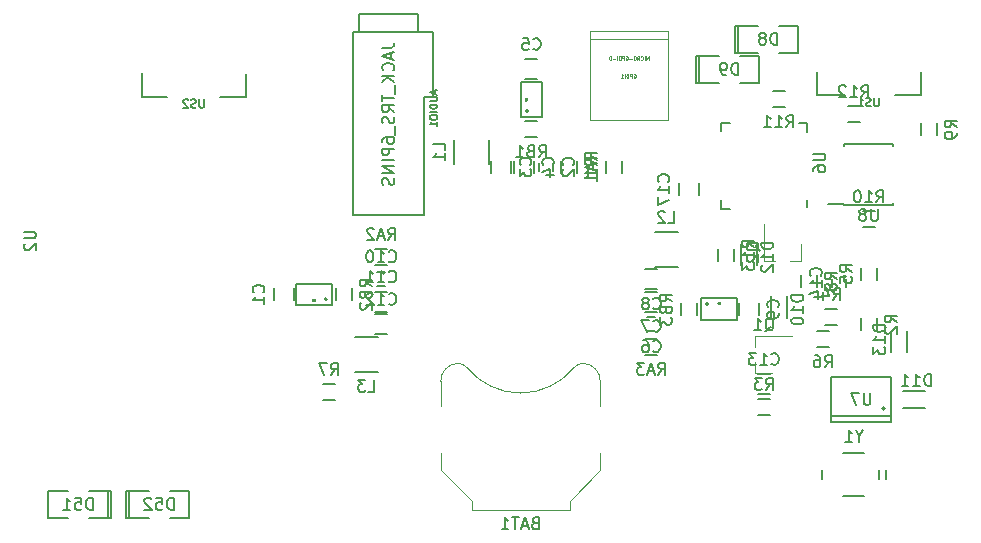
<source format=gbr>
G04 #@! TF.FileFunction,Legend,Bot*
%FSLAX46Y46*%
G04 Gerber Fmt 4.6, Leading zero omitted, Abs format (unit mm)*
G04 Created by KiCad (PCBNEW 4.0.5+dfsg1-4) date Mon Mar 27 14:18:35 2017*
%MOMM*%
%LPD*%
G01*
G04 APERTURE LIST*
%ADD10C,0.100000*%
%ADD11C,0.120000*%
%ADD12C,0.150000*%
%ADD13C,0.001000*%
%ADD14C,0.152400*%
%ADD15C,0.075000*%
%ADD16C,0.037500*%
G04 APERTURE END LIST*
D10*
D11*
X141144615Y-90125840D02*
G75*
G03X140230000Y-90510000I-124615J-984160D01*
G01*
X130315385Y-90125840D02*
G75*
G02X131230000Y-90510000I124615J-984160D01*
G01*
X140220661Y-90521329D02*
G75*
G02X131230000Y-90510000I-4490661J3711329D01*
G01*
X142480000Y-91660000D02*
G75*
G03X141030000Y-90110000I-1500000J50000D01*
G01*
X128980000Y-91660000D02*
G75*
G02X130430000Y-90110000I1500000J50000D01*
G01*
X142480000Y-93710000D02*
X142480000Y-91610000D01*
X128980000Y-93710000D02*
X128980000Y-91610000D01*
X128980000Y-97710000D02*
X128980000Y-99160000D01*
X128980000Y-99160000D02*
X131580000Y-101760000D01*
X131580000Y-101760000D02*
X131580000Y-102560000D01*
X131580000Y-102560000D02*
X139880000Y-102560000D01*
X139880000Y-102560000D02*
X139880000Y-101760000D01*
X139880000Y-101760000D02*
X142480000Y-99160000D01*
X142480000Y-99160000D02*
X142480000Y-97710000D01*
D12*
X102609000Y-103203000D02*
X102355000Y-103203000D01*
X102355000Y-103203000D02*
X102355000Y-100917000D01*
X102355000Y-100917000D02*
X102609000Y-100917000D01*
X102609000Y-103203000D02*
X102609000Y-100917000D01*
X102609000Y-100917000D02*
X104260000Y-100917000D01*
X106038000Y-103203000D02*
X107689000Y-103203000D01*
X107689000Y-103203000D02*
X107689000Y-100917000D01*
X107689000Y-100917000D02*
X106038000Y-100917000D01*
X104260000Y-103203000D02*
X102609000Y-103203000D01*
X100831000Y-100917000D02*
X101085000Y-100917000D01*
X101085000Y-100917000D02*
X101085000Y-103203000D01*
X101085000Y-103203000D02*
X100831000Y-103203000D01*
X100831000Y-100917000D02*
X100831000Y-103203000D01*
X100831000Y-103203000D02*
X99180000Y-103203000D01*
X97402000Y-100917000D02*
X95751000Y-100917000D01*
X95751000Y-100917000D02*
X95751000Y-103203000D01*
X95751000Y-103203000D02*
X97402000Y-103203000D01*
X99180000Y-100917000D02*
X100831000Y-100917000D01*
D13*
X141600000Y-62690000D02*
X141600000Y-61990000D01*
X141600000Y-61990000D02*
X148200000Y-61990000D01*
X148200000Y-61990000D02*
X148200000Y-62690000D01*
X141600000Y-62690000D02*
X141600000Y-69490000D01*
X141600000Y-69490000D02*
X148200000Y-69490000D01*
X148200000Y-69490000D02*
X148200000Y-62690000D01*
X148200000Y-62690000D02*
X141600000Y-62690000D01*
D12*
X133040000Y-73215000D02*
X133040000Y-71215000D01*
X130090000Y-71215000D02*
X130090000Y-73215000D01*
X136386803Y-68770000D02*
G75*
G03X136386803Y-68770000I-111803J0D01*
G01*
X137575000Y-69270000D02*
X137575000Y-66270000D01*
X137575000Y-66270000D02*
X135775000Y-66270000D01*
X135775000Y-66270000D02*
X135775000Y-69270000D01*
X135775000Y-69270000D02*
X137575000Y-69270000D01*
X147075000Y-81945000D02*
X149075000Y-81945000D01*
X149075000Y-78995000D02*
X147075000Y-78995000D01*
X151631803Y-85120000D02*
G75*
G03X151631803Y-85120000I-111803J0D01*
G01*
X151020000Y-86420000D02*
X154020000Y-86420000D01*
X154020000Y-86420000D02*
X154020000Y-84620000D01*
X154020000Y-84620000D02*
X151020000Y-84620000D01*
X151020000Y-84620000D02*
X151020000Y-86420000D01*
X123675000Y-87885000D02*
X121675000Y-87885000D01*
X121675000Y-90835000D02*
X123675000Y-90835000D01*
X119341803Y-84680000D02*
G75*
G03X119341803Y-84680000I-111803J0D01*
G01*
X119730000Y-83380000D02*
X116730000Y-83380000D01*
X116730000Y-83380000D02*
X116730000Y-85180000D01*
X116730000Y-85180000D02*
X119730000Y-85180000D01*
X119730000Y-85180000D02*
X119730000Y-83380000D01*
X114840000Y-84780000D02*
X114840000Y-83780000D01*
X116540000Y-83780000D02*
X116540000Y-84780000D01*
X134955000Y-72985000D02*
X134955000Y-73985000D01*
X133255000Y-73985000D02*
X133255000Y-72985000D01*
X136860000Y-72985000D02*
X136860000Y-73985000D01*
X135160000Y-73985000D02*
X135160000Y-72985000D01*
X136145000Y-64380000D02*
X137145000Y-64380000D01*
X137145000Y-66080000D02*
X136145000Y-66080000D01*
X147305000Y-85765000D02*
X146305000Y-85765000D01*
X146305000Y-84065000D02*
X147305000Y-84065000D01*
X147305000Y-83860000D02*
X146305000Y-83860000D01*
X146305000Y-82160000D02*
X147305000Y-82160000D01*
X155910000Y-85050000D02*
X155910000Y-86050000D01*
X154210000Y-86050000D02*
X154210000Y-85050000D01*
X123445000Y-84065000D02*
X124445000Y-84065000D01*
X124445000Y-85765000D02*
X123445000Y-85765000D01*
X123445000Y-85970000D02*
X124445000Y-85970000D01*
X124445000Y-87670000D02*
X123445000Y-87670000D01*
X154171000Y-63833000D02*
X153917000Y-63833000D01*
X153917000Y-63833000D02*
X153917000Y-61547000D01*
X153917000Y-61547000D02*
X154171000Y-61547000D01*
X154171000Y-63833000D02*
X154171000Y-61547000D01*
X154171000Y-61547000D02*
X155822000Y-61547000D01*
X157600000Y-63833000D02*
X159251000Y-63833000D01*
X159251000Y-63833000D02*
X159251000Y-61547000D01*
X159251000Y-61547000D02*
X157600000Y-61547000D01*
X155822000Y-63833000D02*
X154171000Y-63833000D01*
X150869000Y-66373000D02*
X150615000Y-66373000D01*
X150615000Y-66373000D02*
X150615000Y-64087000D01*
X150615000Y-64087000D02*
X150869000Y-64087000D01*
X150869000Y-66373000D02*
X150869000Y-64087000D01*
X150869000Y-64087000D02*
X152520000Y-64087000D01*
X154298000Y-66373000D02*
X155949000Y-66373000D01*
X155949000Y-66373000D02*
X155949000Y-64087000D01*
X155949000Y-64087000D02*
X154298000Y-64087000D01*
X152520000Y-66373000D02*
X150869000Y-66373000D01*
X166617000Y-93932000D02*
G75*
G03X166617000Y-93932000I-127000J0D01*
G01*
X167125000Y-94567000D02*
X162045000Y-94567000D01*
X167125000Y-91265000D02*
X162045000Y-91265000D01*
X167125000Y-95075000D02*
X162045000Y-95075000D01*
X167125000Y-95075000D02*
X167125000Y-91265000D01*
X162045000Y-95075000D02*
X162045000Y-91265000D01*
X155830000Y-91050000D02*
X156830000Y-91050000D01*
X156830000Y-92750000D02*
X155830000Y-92750000D01*
X158300000Y-84450000D02*
X158300000Y-86250000D01*
X156900000Y-84450000D02*
X156900000Y-86250000D01*
X168150000Y-92470000D02*
X169950000Y-92470000D01*
X168150000Y-93870000D02*
X169950000Y-93870000D01*
X155760000Y-80005000D02*
X155760000Y-81805000D01*
X154360000Y-80005000D02*
X154360000Y-81805000D01*
X167060000Y-89190000D02*
X167060000Y-87390000D01*
X168460000Y-89190000D02*
X168460000Y-87390000D01*
X160820000Y-65425000D02*
X160820000Y-67425000D01*
X160820000Y-67425000D02*
X162970000Y-67425000D01*
X167470000Y-67425000D02*
X169620000Y-67425000D01*
X169620000Y-67425000D02*
X169620000Y-65475000D01*
X103670000Y-65560000D02*
X103670000Y-67560000D01*
X103670000Y-67560000D02*
X105820000Y-67560000D01*
X110320000Y-67560000D02*
X112470000Y-67560000D01*
X112470000Y-67560000D02*
X112470000Y-65610000D01*
D14*
X127580000Y-77540000D02*
X127580000Y-67540000D01*
X127580000Y-67540000D02*
X128280000Y-67540000D01*
X128280000Y-67540000D02*
X128280000Y-62040000D01*
X121580000Y-77540000D02*
X127580000Y-77540000D01*
X121580000Y-62040000D02*
X121580000Y-77540000D01*
X121580000Y-62040000D02*
X128280000Y-62040000D01*
X122080000Y-62040000D02*
X122080000Y-60540000D01*
X122080000Y-60540000D02*
X127080000Y-60540000D01*
X127080000Y-60540000D02*
X127080000Y-62040000D01*
D12*
X166109000Y-99139000D02*
X166109000Y-99901000D01*
X164850000Y-101320000D02*
X163050000Y-101320000D01*
X161250000Y-99920000D02*
X161250000Y-99120000D01*
X163050000Y-97720000D02*
X164850000Y-97720000D01*
X166650000Y-99120000D02*
X166650000Y-99920000D01*
X149130000Y-75890000D02*
X149130000Y-74890000D01*
X150830000Y-74890000D02*
X150830000Y-75890000D01*
X153430000Y-77070000D02*
X152680000Y-77070000D01*
X159980000Y-76920000D02*
X159980000Y-76320000D01*
X152680000Y-77070000D02*
X152680000Y-76320000D01*
X152680000Y-69770000D02*
X152680000Y-70470000D01*
X159980000Y-69770000D02*
X159980000Y-70520000D01*
X153430000Y-69770000D02*
X152680000Y-69770000D01*
X159980000Y-69770000D02*
X159280000Y-69770000D01*
D11*
X155570000Y-90940000D02*
X155570000Y-90010000D01*
X155570000Y-87780000D02*
X155570000Y-88710000D01*
X155570000Y-87780000D02*
X158730000Y-87780000D01*
X155570000Y-90940000D02*
X157030000Y-90940000D01*
X159500000Y-81460000D02*
X158570000Y-81460000D01*
X156340000Y-81460000D02*
X157270000Y-81460000D01*
X156340000Y-81460000D02*
X156340000Y-78300000D01*
X159500000Y-81460000D02*
X159500000Y-80000000D01*
D12*
X163145000Y-76695000D02*
X163145000Y-76645000D01*
X167295000Y-76695000D02*
X167295000Y-76550000D01*
X167295000Y-71545000D02*
X167295000Y-71690000D01*
X163145000Y-71545000D02*
X163145000Y-71690000D01*
X163145000Y-76695000D02*
X167295000Y-76695000D01*
X163145000Y-71545000D02*
X167295000Y-71545000D01*
X163145000Y-76645000D02*
X161745000Y-76645000D01*
X138515000Y-73835000D02*
X138515000Y-73135000D01*
X137315000Y-73135000D02*
X137315000Y-73835000D01*
X146455000Y-87420000D02*
X147155000Y-87420000D01*
X147155000Y-86220000D02*
X146455000Y-86220000D01*
X124295000Y-82410000D02*
X123595000Y-82410000D01*
X123595000Y-83610000D02*
X124295000Y-83610000D01*
X162080000Y-82980000D02*
X162080000Y-83680000D01*
X163280000Y-83680000D02*
X163280000Y-82980000D01*
X144305000Y-73985000D02*
X144305000Y-72985000D01*
X142955000Y-72985000D02*
X142955000Y-73985000D01*
X164545000Y-86320000D02*
X164545000Y-87320000D01*
X165895000Y-87320000D02*
X165895000Y-86320000D01*
X155830000Y-94480000D02*
X156830000Y-94480000D01*
X156830000Y-93130000D02*
X155830000Y-93130000D01*
X161545000Y-86860000D02*
X162545000Y-86860000D01*
X162545000Y-85510000D02*
X161545000Y-85510000D01*
X165895000Y-83045000D02*
X165895000Y-82045000D01*
X164545000Y-82045000D02*
X164545000Y-83045000D01*
X161830000Y-87415000D02*
X160830000Y-87415000D01*
X160830000Y-88765000D02*
X161830000Y-88765000D01*
X119000000Y-93210000D02*
X120000000Y-93210000D01*
X120000000Y-91860000D02*
X119000000Y-91860000D01*
X159465000Y-82680000D02*
X159465000Y-83680000D01*
X160815000Y-83680000D02*
X160815000Y-82680000D01*
X169625000Y-69810000D02*
X169625000Y-70810000D01*
X170975000Y-70810000D02*
X170975000Y-69810000D01*
X164720000Y-78605000D02*
X165720000Y-78605000D01*
X165720000Y-77255000D02*
X164720000Y-77255000D01*
X158100000Y-67095000D02*
X157100000Y-67095000D01*
X157100000Y-68445000D02*
X158100000Y-68445000D01*
X163450000Y-69715000D02*
X164450000Y-69715000D01*
X164450000Y-68365000D02*
X163450000Y-68365000D01*
X152480000Y-80435000D02*
X152480000Y-81435000D01*
X153830000Y-81435000D02*
X153830000Y-80435000D01*
X139145000Y-72985000D02*
X139145000Y-73985000D01*
X140495000Y-73985000D02*
X140495000Y-72985000D01*
X123445000Y-81780000D02*
X124445000Y-81780000D01*
X124445000Y-80430000D02*
X123445000Y-80430000D01*
X147305000Y-88050000D02*
X146305000Y-88050000D01*
X146305000Y-89400000D02*
X147305000Y-89400000D01*
X137145000Y-69635000D02*
X136145000Y-69635000D01*
X136145000Y-70985000D02*
X137145000Y-70985000D01*
X120095000Y-83780000D02*
X120095000Y-84780000D01*
X121445000Y-84780000D02*
X121445000Y-83780000D01*
X150655000Y-86050000D02*
X150655000Y-85050000D01*
X149305000Y-85050000D02*
X149305000Y-86050000D01*
X136944285Y-103638571D02*
X136801428Y-103686190D01*
X136753809Y-103733810D01*
X136706190Y-103829048D01*
X136706190Y-103971905D01*
X136753809Y-104067143D01*
X136801428Y-104114762D01*
X136896666Y-104162381D01*
X137277619Y-104162381D01*
X137277619Y-103162381D01*
X136944285Y-103162381D01*
X136849047Y-103210000D01*
X136801428Y-103257619D01*
X136753809Y-103352857D01*
X136753809Y-103448095D01*
X136801428Y-103543333D01*
X136849047Y-103590952D01*
X136944285Y-103638571D01*
X137277619Y-103638571D01*
X136325238Y-103876667D02*
X135849047Y-103876667D01*
X136420476Y-104162381D02*
X136087143Y-103162381D01*
X135753809Y-104162381D01*
X135563333Y-103162381D02*
X134991904Y-103162381D01*
X135277619Y-104162381D02*
X135277619Y-103162381D01*
X134134761Y-104162381D02*
X134706190Y-104162381D01*
X134420476Y-104162381D02*
X134420476Y-103162381D01*
X134515714Y-103305238D01*
X134610952Y-103400476D01*
X134706190Y-103448095D01*
X106363286Y-102512381D02*
X106363286Y-101512381D01*
X106125191Y-101512381D01*
X105982333Y-101560000D01*
X105887095Y-101655238D01*
X105839476Y-101750476D01*
X105791857Y-101940952D01*
X105791857Y-102083810D01*
X105839476Y-102274286D01*
X105887095Y-102369524D01*
X105982333Y-102464762D01*
X106125191Y-102512381D01*
X106363286Y-102512381D01*
X104887095Y-101512381D02*
X105363286Y-101512381D01*
X105410905Y-101988571D01*
X105363286Y-101940952D01*
X105268048Y-101893333D01*
X105029952Y-101893333D01*
X104934714Y-101940952D01*
X104887095Y-101988571D01*
X104839476Y-102083810D01*
X104839476Y-102321905D01*
X104887095Y-102417143D01*
X104934714Y-102464762D01*
X105029952Y-102512381D01*
X105268048Y-102512381D01*
X105363286Y-102464762D01*
X105410905Y-102417143D01*
X104458524Y-101607619D02*
X104410905Y-101560000D01*
X104315667Y-101512381D01*
X104077571Y-101512381D01*
X103982333Y-101560000D01*
X103934714Y-101607619D01*
X103887095Y-101702857D01*
X103887095Y-101798095D01*
X103934714Y-101940952D01*
X104506143Y-102512381D01*
X103887095Y-102512381D01*
X99505286Y-102512381D02*
X99505286Y-101512381D01*
X99267191Y-101512381D01*
X99124333Y-101560000D01*
X99029095Y-101655238D01*
X98981476Y-101750476D01*
X98933857Y-101940952D01*
X98933857Y-102083810D01*
X98981476Y-102274286D01*
X99029095Y-102369524D01*
X99124333Y-102464762D01*
X99267191Y-102512381D01*
X99505286Y-102512381D01*
X98029095Y-101512381D02*
X98505286Y-101512381D01*
X98552905Y-101988571D01*
X98505286Y-101940952D01*
X98410048Y-101893333D01*
X98171952Y-101893333D01*
X98076714Y-101940952D01*
X98029095Y-101988571D01*
X97981476Y-102083810D01*
X97981476Y-102321905D01*
X98029095Y-102417143D01*
X98076714Y-102464762D01*
X98171952Y-102512381D01*
X98410048Y-102512381D01*
X98505286Y-102464762D01*
X98552905Y-102417143D01*
X97029095Y-102512381D02*
X97600524Y-102512381D01*
X97314810Y-102512381D02*
X97314810Y-101512381D01*
X97410048Y-101655238D01*
X97505286Y-101750476D01*
X97600524Y-101798095D01*
D15*
X145310714Y-65665000D02*
X145339285Y-65650714D01*
X145382142Y-65650714D01*
X145424999Y-65665000D01*
X145453571Y-65693571D01*
X145467856Y-65722143D01*
X145482142Y-65779286D01*
X145482142Y-65822143D01*
X145467856Y-65879286D01*
X145453571Y-65907857D01*
X145424999Y-65936429D01*
X145382142Y-65950714D01*
X145353571Y-65950714D01*
X145310714Y-65936429D01*
X145296428Y-65922143D01*
X145296428Y-65822143D01*
X145353571Y-65822143D01*
X145167856Y-65950714D02*
X145167856Y-65650714D01*
X145053571Y-65650714D01*
X145024999Y-65665000D01*
X145010714Y-65679286D01*
X144996428Y-65707857D01*
X144996428Y-65750714D01*
X145010714Y-65779286D01*
X145024999Y-65793571D01*
X145053571Y-65807857D01*
X145167856Y-65807857D01*
X144867856Y-65950714D02*
X144867856Y-65650714D01*
X144796428Y-65650714D01*
X144753571Y-65665000D01*
X144724999Y-65693571D01*
X144710714Y-65722143D01*
X144696428Y-65779286D01*
X144696428Y-65822143D01*
X144710714Y-65879286D01*
X144724999Y-65907857D01*
X144753571Y-65936429D01*
X144796428Y-65950714D01*
X144867856Y-65950714D01*
X144567856Y-65950714D02*
X144567856Y-65650714D01*
X144267857Y-65950714D02*
X144439285Y-65950714D01*
X144353571Y-65950714D02*
X144353571Y-65650714D01*
X144382142Y-65693571D01*
X144410714Y-65722143D01*
X144439285Y-65736429D01*
X146571428Y-64425714D02*
X146571428Y-64125714D01*
X146471428Y-64340000D01*
X146371428Y-64125714D01*
X146371428Y-64425714D01*
X146228571Y-64425714D02*
X146228571Y-64125714D01*
X145914286Y-64397143D02*
X145928572Y-64411429D01*
X145971429Y-64425714D01*
X146000000Y-64425714D01*
X146042857Y-64411429D01*
X146071429Y-64382857D01*
X146085714Y-64354286D01*
X146100000Y-64297143D01*
X146100000Y-64254286D01*
X146085714Y-64197143D01*
X146071429Y-64168571D01*
X146042857Y-64140000D01*
X146000000Y-64125714D01*
X145971429Y-64125714D01*
X145928572Y-64140000D01*
X145914286Y-64154286D01*
X145614286Y-64425714D02*
X145714286Y-64282857D01*
X145785714Y-64425714D02*
X145785714Y-64125714D01*
X145671429Y-64125714D01*
X145642857Y-64140000D01*
X145628572Y-64154286D01*
X145614286Y-64182857D01*
X145614286Y-64225714D01*
X145628572Y-64254286D01*
X145642857Y-64268571D01*
X145671429Y-64282857D01*
X145785714Y-64282857D01*
X145428572Y-64125714D02*
X145371429Y-64125714D01*
X145342857Y-64140000D01*
X145314286Y-64168571D01*
X145300000Y-64225714D01*
X145300000Y-64325714D01*
X145314286Y-64382857D01*
X145342857Y-64411429D01*
X145371429Y-64425714D01*
X145428572Y-64425714D01*
X145457143Y-64411429D01*
X145485714Y-64382857D01*
X145500000Y-64325714D01*
X145500000Y-64225714D01*
X145485714Y-64168571D01*
X145457143Y-64140000D01*
X145428572Y-64125714D01*
X145171428Y-64311429D02*
X144942857Y-64311429D01*
X144642857Y-64140000D02*
X144671428Y-64125714D01*
X144714285Y-64125714D01*
X144757142Y-64140000D01*
X144785714Y-64168571D01*
X144799999Y-64197143D01*
X144814285Y-64254286D01*
X144814285Y-64297143D01*
X144799999Y-64354286D01*
X144785714Y-64382857D01*
X144757142Y-64411429D01*
X144714285Y-64425714D01*
X144685714Y-64425714D01*
X144642857Y-64411429D01*
X144628571Y-64397143D01*
X144628571Y-64297143D01*
X144685714Y-64297143D01*
X144499999Y-64425714D02*
X144499999Y-64125714D01*
X144385714Y-64125714D01*
X144357142Y-64140000D01*
X144342857Y-64154286D01*
X144328571Y-64182857D01*
X144328571Y-64225714D01*
X144342857Y-64254286D01*
X144357142Y-64268571D01*
X144385714Y-64282857D01*
X144499999Y-64282857D01*
X144199999Y-64425714D02*
X144199999Y-64125714D01*
X144128571Y-64125714D01*
X144085714Y-64140000D01*
X144057142Y-64168571D01*
X144042857Y-64197143D01*
X144028571Y-64254286D01*
X144028571Y-64297143D01*
X144042857Y-64354286D01*
X144057142Y-64382857D01*
X144085714Y-64411429D01*
X144128571Y-64425714D01*
X144199999Y-64425714D01*
X143899999Y-64425714D02*
X143899999Y-64125714D01*
X143757142Y-64311429D02*
X143528571Y-64311429D01*
X143385713Y-64425714D02*
X143385713Y-64125714D01*
X143314285Y-64125714D01*
X143271428Y-64140000D01*
X143242856Y-64168571D01*
X143228571Y-64197143D01*
X143214285Y-64254286D01*
X143214285Y-64297143D01*
X143228571Y-64354286D01*
X143242856Y-64382857D01*
X143271428Y-64411429D01*
X143314285Y-64425714D01*
X143385713Y-64425714D01*
D12*
X129317381Y-72048334D02*
X129317381Y-71572143D01*
X128317381Y-71572143D01*
X129317381Y-72905477D02*
X129317381Y-72334048D01*
X129317381Y-72619762D02*
X128317381Y-72619762D01*
X128460238Y-72524524D01*
X128555476Y-72429286D01*
X128603095Y-72334048D01*
D16*
X136092857Y-67655714D02*
X136214286Y-67655714D01*
X136228571Y-67662857D01*
X136235714Y-67670000D01*
X136242857Y-67684286D01*
X136242857Y-67712857D01*
X136235714Y-67727143D01*
X136228571Y-67734286D01*
X136214286Y-67741429D01*
X136092857Y-67741429D01*
X136092857Y-67798572D02*
X136092857Y-67891429D01*
X136150000Y-67841429D01*
X136150000Y-67862857D01*
X136157143Y-67877143D01*
X136164286Y-67884286D01*
X136178571Y-67891429D01*
X136214286Y-67891429D01*
X136228571Y-67884286D01*
X136235714Y-67877143D01*
X136242857Y-67862857D01*
X136242857Y-67820000D01*
X136235714Y-67805714D01*
X136228571Y-67798572D01*
D12*
X148241666Y-78222381D02*
X148717857Y-78222381D01*
X148717857Y-77222381D01*
X147955952Y-77317619D02*
X147908333Y-77270000D01*
X147813095Y-77222381D01*
X147574999Y-77222381D01*
X147479761Y-77270000D01*
X147432142Y-77317619D01*
X147384523Y-77412857D01*
X147384523Y-77508095D01*
X147432142Y-77650952D01*
X148003571Y-78222381D01*
X147384523Y-78222381D01*
D16*
X152634286Y-84937857D02*
X152634286Y-85059286D01*
X152627143Y-85073571D01*
X152620000Y-85080714D01*
X152605714Y-85087857D01*
X152577143Y-85087857D01*
X152562857Y-85080714D01*
X152555714Y-85073571D01*
X152548571Y-85059286D01*
X152548571Y-84937857D01*
X152412857Y-84987857D02*
X152412857Y-85087857D01*
X152448571Y-84930714D02*
X152484286Y-85037857D01*
X152391428Y-85037857D01*
D12*
X122841666Y-92512381D02*
X123317857Y-92512381D01*
X123317857Y-91512381D01*
X122603571Y-91512381D02*
X121984523Y-91512381D01*
X122317857Y-91893333D01*
X122174999Y-91893333D01*
X122079761Y-91940952D01*
X122032142Y-91988571D01*
X121984523Y-92083810D01*
X121984523Y-92321905D01*
X122032142Y-92417143D01*
X122079761Y-92464762D01*
X122174999Y-92512381D01*
X122460714Y-92512381D01*
X122555952Y-92464762D01*
X122603571Y-92417143D01*
D16*
X118344286Y-84697857D02*
X118344286Y-84819286D01*
X118337143Y-84833571D01*
X118330000Y-84840714D01*
X118315714Y-84847857D01*
X118287143Y-84847857D01*
X118272857Y-84840714D01*
X118265714Y-84833571D01*
X118258571Y-84819286D01*
X118258571Y-84697857D01*
X118115714Y-84697857D02*
X118187143Y-84697857D01*
X118194286Y-84769286D01*
X118187143Y-84762143D01*
X118172857Y-84755000D01*
X118137143Y-84755000D01*
X118122857Y-84762143D01*
X118115714Y-84769286D01*
X118108571Y-84783571D01*
X118108571Y-84819286D01*
X118115714Y-84833571D01*
X118122857Y-84840714D01*
X118137143Y-84847857D01*
X118172857Y-84847857D01*
X118187143Y-84840714D01*
X118194286Y-84833571D01*
D12*
X113947143Y-84113334D02*
X113994762Y-84065715D01*
X114042381Y-83922858D01*
X114042381Y-83827620D01*
X113994762Y-83684762D01*
X113899524Y-83589524D01*
X113804286Y-83541905D01*
X113613810Y-83494286D01*
X113470952Y-83494286D01*
X113280476Y-83541905D01*
X113185238Y-83589524D01*
X113090000Y-83684762D01*
X113042381Y-83827620D01*
X113042381Y-83922858D01*
X113090000Y-84065715D01*
X113137619Y-84113334D01*
X114042381Y-85065715D02*
X114042381Y-84494286D01*
X114042381Y-84780000D02*
X113042381Y-84780000D01*
X113185238Y-84684762D01*
X113280476Y-84589524D01*
X113328095Y-84494286D01*
X136562143Y-73318334D02*
X136609762Y-73270715D01*
X136657381Y-73127858D01*
X136657381Y-73032620D01*
X136609762Y-72889762D01*
X136514524Y-72794524D01*
X136419286Y-72746905D01*
X136228810Y-72699286D01*
X136085952Y-72699286D01*
X135895476Y-72746905D01*
X135800238Y-72794524D01*
X135705000Y-72889762D01*
X135657381Y-73032620D01*
X135657381Y-73127858D01*
X135705000Y-73270715D01*
X135752619Y-73318334D01*
X135657381Y-73651667D02*
X135657381Y-74270715D01*
X136038333Y-73937381D01*
X136038333Y-74080239D01*
X136085952Y-74175477D01*
X136133571Y-74223096D01*
X136228810Y-74270715D01*
X136466905Y-74270715D01*
X136562143Y-74223096D01*
X136609762Y-74175477D01*
X136657381Y-74080239D01*
X136657381Y-73794524D01*
X136609762Y-73699286D01*
X136562143Y-73651667D01*
X138467143Y-73318334D02*
X138514762Y-73270715D01*
X138562381Y-73127858D01*
X138562381Y-73032620D01*
X138514762Y-72889762D01*
X138419524Y-72794524D01*
X138324286Y-72746905D01*
X138133810Y-72699286D01*
X137990952Y-72699286D01*
X137800476Y-72746905D01*
X137705238Y-72794524D01*
X137610000Y-72889762D01*
X137562381Y-73032620D01*
X137562381Y-73127858D01*
X137610000Y-73270715D01*
X137657619Y-73318334D01*
X137895714Y-74175477D02*
X138562381Y-74175477D01*
X137514762Y-73937381D02*
X138229048Y-73699286D01*
X138229048Y-74318334D01*
X136811666Y-63487143D02*
X136859285Y-63534762D01*
X137002142Y-63582381D01*
X137097380Y-63582381D01*
X137240238Y-63534762D01*
X137335476Y-63439524D01*
X137383095Y-63344286D01*
X137430714Y-63153810D01*
X137430714Y-63010952D01*
X137383095Y-62820476D01*
X137335476Y-62725238D01*
X137240238Y-62630000D01*
X137097380Y-62582381D01*
X137002142Y-62582381D01*
X136859285Y-62630000D01*
X136811666Y-62677619D01*
X135906904Y-62582381D02*
X136383095Y-62582381D01*
X136430714Y-63058571D01*
X136383095Y-63010952D01*
X136287857Y-62963333D01*
X136049761Y-62963333D01*
X135954523Y-63010952D01*
X135906904Y-63058571D01*
X135859285Y-63153810D01*
X135859285Y-63391905D01*
X135906904Y-63487143D01*
X135954523Y-63534762D01*
X136049761Y-63582381D01*
X136287857Y-63582381D01*
X136383095Y-63534762D01*
X136430714Y-63487143D01*
X146971666Y-87372143D02*
X147019285Y-87419762D01*
X147162142Y-87467381D01*
X147257380Y-87467381D01*
X147400238Y-87419762D01*
X147495476Y-87324524D01*
X147543095Y-87229286D01*
X147590714Y-87038810D01*
X147590714Y-86895952D01*
X147543095Y-86705476D01*
X147495476Y-86610238D01*
X147400238Y-86515000D01*
X147257380Y-86467381D01*
X147162142Y-86467381D01*
X147019285Y-86515000D01*
X146971666Y-86562619D01*
X146638333Y-86467381D02*
X145971666Y-86467381D01*
X146400238Y-87467381D01*
X146971666Y-85467143D02*
X147019285Y-85514762D01*
X147162142Y-85562381D01*
X147257380Y-85562381D01*
X147400238Y-85514762D01*
X147495476Y-85419524D01*
X147543095Y-85324286D01*
X147590714Y-85133810D01*
X147590714Y-84990952D01*
X147543095Y-84800476D01*
X147495476Y-84705238D01*
X147400238Y-84610000D01*
X147257380Y-84562381D01*
X147162142Y-84562381D01*
X147019285Y-84610000D01*
X146971666Y-84657619D01*
X146400238Y-84990952D02*
X146495476Y-84943333D01*
X146543095Y-84895714D01*
X146590714Y-84800476D01*
X146590714Y-84752857D01*
X146543095Y-84657619D01*
X146495476Y-84610000D01*
X146400238Y-84562381D01*
X146209761Y-84562381D01*
X146114523Y-84610000D01*
X146066904Y-84657619D01*
X146019285Y-84752857D01*
X146019285Y-84800476D01*
X146066904Y-84895714D01*
X146114523Y-84943333D01*
X146209761Y-84990952D01*
X146400238Y-84990952D01*
X146495476Y-85038571D01*
X146543095Y-85086190D01*
X146590714Y-85181429D01*
X146590714Y-85371905D01*
X146543095Y-85467143D01*
X146495476Y-85514762D01*
X146400238Y-85562381D01*
X146209761Y-85562381D01*
X146114523Y-85514762D01*
X146066904Y-85467143D01*
X146019285Y-85371905D01*
X146019285Y-85181429D01*
X146066904Y-85086190D01*
X146114523Y-85038571D01*
X146209761Y-84990952D01*
X157517143Y-85383334D02*
X157564762Y-85335715D01*
X157612381Y-85192858D01*
X157612381Y-85097620D01*
X157564762Y-84954762D01*
X157469524Y-84859524D01*
X157374286Y-84811905D01*
X157183810Y-84764286D01*
X157040952Y-84764286D01*
X156850476Y-84811905D01*
X156755238Y-84859524D01*
X156660000Y-84954762D01*
X156612381Y-85097620D01*
X156612381Y-85192858D01*
X156660000Y-85335715D01*
X156707619Y-85383334D01*
X157612381Y-85859524D02*
X157612381Y-86050000D01*
X157564762Y-86145239D01*
X157517143Y-86192858D01*
X157374286Y-86288096D01*
X157183810Y-86335715D01*
X156802857Y-86335715D01*
X156707619Y-86288096D01*
X156660000Y-86240477D01*
X156612381Y-86145239D01*
X156612381Y-85954762D01*
X156660000Y-85859524D01*
X156707619Y-85811905D01*
X156802857Y-85764286D01*
X157040952Y-85764286D01*
X157136190Y-85811905D01*
X157183810Y-85859524D01*
X157231429Y-85954762D01*
X157231429Y-86145239D01*
X157183810Y-86240477D01*
X157136190Y-86288096D01*
X157040952Y-86335715D01*
X124587857Y-83172143D02*
X124635476Y-83219762D01*
X124778333Y-83267381D01*
X124873571Y-83267381D01*
X125016429Y-83219762D01*
X125111667Y-83124524D01*
X125159286Y-83029286D01*
X125206905Y-82838810D01*
X125206905Y-82695952D01*
X125159286Y-82505476D01*
X125111667Y-82410238D01*
X125016429Y-82315000D01*
X124873571Y-82267381D01*
X124778333Y-82267381D01*
X124635476Y-82315000D01*
X124587857Y-82362619D01*
X123635476Y-83267381D02*
X124206905Y-83267381D01*
X123921191Y-83267381D02*
X123921191Y-82267381D01*
X124016429Y-82410238D01*
X124111667Y-82505476D01*
X124206905Y-82553095D01*
X122683095Y-83267381D02*
X123254524Y-83267381D01*
X122968810Y-83267381D02*
X122968810Y-82267381D01*
X123064048Y-82410238D01*
X123159286Y-82505476D01*
X123254524Y-82553095D01*
X124587857Y-85077143D02*
X124635476Y-85124762D01*
X124778333Y-85172381D01*
X124873571Y-85172381D01*
X125016429Y-85124762D01*
X125111667Y-85029524D01*
X125159286Y-84934286D01*
X125206905Y-84743810D01*
X125206905Y-84600952D01*
X125159286Y-84410476D01*
X125111667Y-84315238D01*
X125016429Y-84220000D01*
X124873571Y-84172381D01*
X124778333Y-84172381D01*
X124635476Y-84220000D01*
X124587857Y-84267619D01*
X123635476Y-85172381D02*
X124206905Y-85172381D01*
X123921191Y-85172381D02*
X123921191Y-84172381D01*
X124016429Y-84315238D01*
X124111667Y-84410476D01*
X124206905Y-84458095D01*
X123254524Y-84267619D02*
X123206905Y-84220000D01*
X123111667Y-84172381D01*
X122873571Y-84172381D01*
X122778333Y-84220000D01*
X122730714Y-84267619D01*
X122683095Y-84362857D01*
X122683095Y-84458095D01*
X122730714Y-84600952D01*
X123302143Y-85172381D01*
X122683095Y-85172381D01*
X157449095Y-63142381D02*
X157449095Y-62142381D01*
X157211000Y-62142381D01*
X157068142Y-62190000D01*
X156972904Y-62285238D01*
X156925285Y-62380476D01*
X156877666Y-62570952D01*
X156877666Y-62713810D01*
X156925285Y-62904286D01*
X156972904Y-62999524D01*
X157068142Y-63094762D01*
X157211000Y-63142381D01*
X157449095Y-63142381D01*
X156306238Y-62570952D02*
X156401476Y-62523333D01*
X156449095Y-62475714D01*
X156496714Y-62380476D01*
X156496714Y-62332857D01*
X156449095Y-62237619D01*
X156401476Y-62190000D01*
X156306238Y-62142381D01*
X156115761Y-62142381D01*
X156020523Y-62190000D01*
X155972904Y-62237619D01*
X155925285Y-62332857D01*
X155925285Y-62380476D01*
X155972904Y-62475714D01*
X156020523Y-62523333D01*
X156115761Y-62570952D01*
X156306238Y-62570952D01*
X156401476Y-62618571D01*
X156449095Y-62666190D01*
X156496714Y-62761429D01*
X156496714Y-62951905D01*
X156449095Y-63047143D01*
X156401476Y-63094762D01*
X156306238Y-63142381D01*
X156115761Y-63142381D01*
X156020523Y-63094762D01*
X155972904Y-63047143D01*
X155925285Y-62951905D01*
X155925285Y-62761429D01*
X155972904Y-62666190D01*
X156020523Y-62618571D01*
X156115761Y-62570952D01*
X154147095Y-65682381D02*
X154147095Y-64682381D01*
X153909000Y-64682381D01*
X153766142Y-64730000D01*
X153670904Y-64825238D01*
X153623285Y-64920476D01*
X153575666Y-65110952D01*
X153575666Y-65253810D01*
X153623285Y-65444286D01*
X153670904Y-65539524D01*
X153766142Y-65634762D01*
X153909000Y-65682381D01*
X154147095Y-65682381D01*
X153099476Y-65682381D02*
X152909000Y-65682381D01*
X152813761Y-65634762D01*
X152766142Y-65587143D01*
X152670904Y-65444286D01*
X152623285Y-65253810D01*
X152623285Y-64872857D01*
X152670904Y-64777619D01*
X152718523Y-64730000D01*
X152813761Y-64682381D01*
X153004238Y-64682381D01*
X153099476Y-64730000D01*
X153147095Y-64777619D01*
X153194714Y-64872857D01*
X153194714Y-65110952D01*
X153147095Y-65206190D01*
X153099476Y-65253810D01*
X153004238Y-65301429D01*
X152813761Y-65301429D01*
X152718523Y-65253810D01*
X152670904Y-65206190D01*
X152623285Y-65110952D01*
X165346905Y-92622381D02*
X165346905Y-93431905D01*
X165299286Y-93527143D01*
X165251667Y-93574762D01*
X165156429Y-93622381D01*
X164965952Y-93622381D01*
X164870714Y-93574762D01*
X164823095Y-93527143D01*
X164775476Y-93431905D01*
X164775476Y-92622381D01*
X164394524Y-92622381D02*
X163727857Y-92622381D01*
X164156429Y-93622381D01*
X93712381Y-78978095D02*
X94521905Y-78978095D01*
X94617143Y-79025714D01*
X94664762Y-79073333D01*
X94712381Y-79168571D01*
X94712381Y-79359048D01*
X94664762Y-79454286D01*
X94617143Y-79501905D01*
X94521905Y-79549524D01*
X93712381Y-79549524D01*
X93807619Y-79978095D02*
X93760000Y-80025714D01*
X93712381Y-80120952D01*
X93712381Y-80359048D01*
X93760000Y-80454286D01*
X93807619Y-80501905D01*
X93902857Y-80549524D01*
X93998095Y-80549524D01*
X94140952Y-80501905D01*
X94712381Y-79930476D01*
X94712381Y-80549524D01*
X156972857Y-90157143D02*
X157020476Y-90204762D01*
X157163333Y-90252381D01*
X157258571Y-90252381D01*
X157401429Y-90204762D01*
X157496667Y-90109524D01*
X157544286Y-90014286D01*
X157591905Y-89823810D01*
X157591905Y-89680952D01*
X157544286Y-89490476D01*
X157496667Y-89395238D01*
X157401429Y-89300000D01*
X157258571Y-89252381D01*
X157163333Y-89252381D01*
X157020476Y-89300000D01*
X156972857Y-89347619D01*
X156020476Y-90252381D02*
X156591905Y-90252381D01*
X156306191Y-90252381D02*
X156306191Y-89252381D01*
X156401429Y-89395238D01*
X156496667Y-89490476D01*
X156591905Y-89538095D01*
X155687143Y-89252381D02*
X155068095Y-89252381D01*
X155401429Y-89633333D01*
X155258571Y-89633333D01*
X155163333Y-89680952D01*
X155115714Y-89728571D01*
X155068095Y-89823810D01*
X155068095Y-90061905D01*
X155115714Y-90157143D01*
X155163333Y-90204762D01*
X155258571Y-90252381D01*
X155544286Y-90252381D01*
X155639524Y-90204762D01*
X155687143Y-90157143D01*
X159652381Y-84335714D02*
X158652381Y-84335714D01*
X158652381Y-84573809D01*
X158700000Y-84716667D01*
X158795238Y-84811905D01*
X158890476Y-84859524D01*
X159080952Y-84907143D01*
X159223810Y-84907143D01*
X159414286Y-84859524D01*
X159509524Y-84811905D01*
X159604762Y-84716667D01*
X159652381Y-84573809D01*
X159652381Y-84335714D01*
X159652381Y-85859524D02*
X159652381Y-85288095D01*
X159652381Y-85573809D02*
X158652381Y-85573809D01*
X158795238Y-85478571D01*
X158890476Y-85383333D01*
X158938095Y-85288095D01*
X158652381Y-86478571D02*
X158652381Y-86573810D01*
X158700000Y-86669048D01*
X158747619Y-86716667D01*
X158842857Y-86764286D01*
X159033333Y-86811905D01*
X159271429Y-86811905D01*
X159461905Y-86764286D01*
X159557143Y-86716667D01*
X159604762Y-86669048D01*
X159652381Y-86573810D01*
X159652381Y-86478571D01*
X159604762Y-86383333D01*
X159557143Y-86335714D01*
X159461905Y-86288095D01*
X159271429Y-86240476D01*
X159033333Y-86240476D01*
X158842857Y-86288095D01*
X158747619Y-86335714D01*
X158700000Y-86383333D01*
X158652381Y-86478571D01*
X170464286Y-92022381D02*
X170464286Y-91022381D01*
X170226191Y-91022381D01*
X170083333Y-91070000D01*
X169988095Y-91165238D01*
X169940476Y-91260476D01*
X169892857Y-91450952D01*
X169892857Y-91593810D01*
X169940476Y-91784286D01*
X169988095Y-91879524D01*
X170083333Y-91974762D01*
X170226191Y-92022381D01*
X170464286Y-92022381D01*
X168940476Y-92022381D02*
X169511905Y-92022381D01*
X169226191Y-92022381D02*
X169226191Y-91022381D01*
X169321429Y-91165238D01*
X169416667Y-91260476D01*
X169511905Y-91308095D01*
X167988095Y-92022381D02*
X168559524Y-92022381D01*
X168273810Y-92022381D02*
X168273810Y-91022381D01*
X168369048Y-91165238D01*
X168464286Y-91260476D01*
X168559524Y-91308095D01*
X157112381Y-79890714D02*
X156112381Y-79890714D01*
X156112381Y-80128809D01*
X156160000Y-80271667D01*
X156255238Y-80366905D01*
X156350476Y-80414524D01*
X156540952Y-80462143D01*
X156683810Y-80462143D01*
X156874286Y-80414524D01*
X156969524Y-80366905D01*
X157064762Y-80271667D01*
X157112381Y-80128809D01*
X157112381Y-79890714D01*
X157112381Y-81414524D02*
X157112381Y-80843095D01*
X157112381Y-81128809D02*
X156112381Y-81128809D01*
X156255238Y-81033571D01*
X156350476Y-80938333D01*
X156398095Y-80843095D01*
X156207619Y-81795476D02*
X156160000Y-81843095D01*
X156112381Y-81938333D01*
X156112381Y-82176429D01*
X156160000Y-82271667D01*
X156207619Y-82319286D01*
X156302857Y-82366905D01*
X156398095Y-82366905D01*
X156540952Y-82319286D01*
X157112381Y-81747857D01*
X157112381Y-82366905D01*
X166612381Y-86875714D02*
X165612381Y-86875714D01*
X165612381Y-87113809D01*
X165660000Y-87256667D01*
X165755238Y-87351905D01*
X165850476Y-87399524D01*
X166040952Y-87447143D01*
X166183810Y-87447143D01*
X166374286Y-87399524D01*
X166469524Y-87351905D01*
X166564762Y-87256667D01*
X166612381Y-87113809D01*
X166612381Y-86875714D01*
X166612381Y-88399524D02*
X166612381Y-87828095D01*
X166612381Y-88113809D02*
X165612381Y-88113809D01*
X165755238Y-88018571D01*
X165850476Y-87923333D01*
X165898095Y-87828095D01*
X165612381Y-88732857D02*
X165612381Y-89351905D01*
X165993333Y-89018571D01*
X165993333Y-89161429D01*
X166040952Y-89256667D01*
X166088571Y-89304286D01*
X166183810Y-89351905D01*
X166421905Y-89351905D01*
X166517143Y-89304286D01*
X166564762Y-89256667D01*
X166612381Y-89161429D01*
X166612381Y-88875714D01*
X166564762Y-88780476D01*
X166517143Y-88732857D01*
X166086666Y-67641667D02*
X166086666Y-68208333D01*
X166053333Y-68275000D01*
X166020000Y-68308333D01*
X165953333Y-68341667D01*
X165820000Y-68341667D01*
X165753333Y-68308333D01*
X165720000Y-68275000D01*
X165686666Y-68208333D01*
X165686666Y-67641667D01*
X165386667Y-68308333D02*
X165286667Y-68341667D01*
X165120000Y-68341667D01*
X165053333Y-68308333D01*
X165020000Y-68275000D01*
X164986667Y-68208333D01*
X164986667Y-68141667D01*
X165020000Y-68075000D01*
X165053333Y-68041667D01*
X165120000Y-68008333D01*
X165253333Y-67975000D01*
X165320000Y-67941667D01*
X165353333Y-67908333D01*
X165386667Y-67841667D01*
X165386667Y-67775000D01*
X165353333Y-67708333D01*
X165320000Y-67675000D01*
X165253333Y-67641667D01*
X165086667Y-67641667D01*
X164986667Y-67675000D01*
X164320000Y-68341667D02*
X164720000Y-68341667D01*
X164520000Y-68341667D02*
X164520000Y-67641667D01*
X164586666Y-67741667D01*
X164653333Y-67808333D01*
X164720000Y-67841667D01*
X108936666Y-67776667D02*
X108936666Y-68343333D01*
X108903333Y-68410000D01*
X108870000Y-68443333D01*
X108803333Y-68476667D01*
X108670000Y-68476667D01*
X108603333Y-68443333D01*
X108570000Y-68410000D01*
X108536666Y-68343333D01*
X108536666Y-67776667D01*
X108236667Y-68443333D02*
X108136667Y-68476667D01*
X107970000Y-68476667D01*
X107903333Y-68443333D01*
X107870000Y-68410000D01*
X107836667Y-68343333D01*
X107836667Y-68276667D01*
X107870000Y-68210000D01*
X107903333Y-68176667D01*
X107970000Y-68143333D01*
X108103333Y-68110000D01*
X108170000Y-68076667D01*
X108203333Y-68043333D01*
X108236667Y-67976667D01*
X108236667Y-67910000D01*
X108203333Y-67843333D01*
X108170000Y-67810000D01*
X108103333Y-67776667D01*
X107936667Y-67776667D01*
X107836667Y-67810000D01*
X107570000Y-67843333D02*
X107536666Y-67810000D01*
X107470000Y-67776667D01*
X107303333Y-67776667D01*
X107236666Y-67810000D01*
X107203333Y-67843333D01*
X107170000Y-67910000D01*
X107170000Y-67976667D01*
X107203333Y-68076667D01*
X107603333Y-68476667D01*
X107170000Y-68476667D01*
D14*
X128481600Y-67016000D02*
X128481600Y-67306286D01*
X128655771Y-66957943D02*
X128046171Y-67161143D01*
X128655771Y-67364343D01*
X128046171Y-67567543D02*
X128539657Y-67567543D01*
X128597714Y-67596571D01*
X128626743Y-67625600D01*
X128655771Y-67683657D01*
X128655771Y-67799771D01*
X128626743Y-67857829D01*
X128597714Y-67886857D01*
X128539657Y-67915886D01*
X128046171Y-67915886D01*
X128655771Y-68206172D02*
X128046171Y-68206172D01*
X128046171Y-68351315D01*
X128075200Y-68438400D01*
X128133257Y-68496458D01*
X128191314Y-68525486D01*
X128307429Y-68554515D01*
X128394514Y-68554515D01*
X128510629Y-68525486D01*
X128568686Y-68496458D01*
X128626743Y-68438400D01*
X128655771Y-68351315D01*
X128655771Y-68206172D01*
X128655771Y-68815772D02*
X128046171Y-68815772D01*
X128046171Y-69222172D02*
X128046171Y-69338286D01*
X128075200Y-69396344D01*
X128133257Y-69454401D01*
X128249371Y-69483429D01*
X128452571Y-69483429D01*
X128568686Y-69454401D01*
X128626743Y-69396344D01*
X128655771Y-69338286D01*
X128655771Y-69222172D01*
X128626743Y-69164115D01*
X128568686Y-69106058D01*
X128452571Y-69077029D01*
X128249371Y-69077029D01*
X128133257Y-69106058D01*
X128075200Y-69164115D01*
X128046171Y-69222172D01*
X128655771Y-70064001D02*
X128655771Y-69715658D01*
X128655771Y-69889830D02*
X128046171Y-69889830D01*
X128133257Y-69831773D01*
X128191314Y-69773715D01*
X128220343Y-69715658D01*
D12*
X124032381Y-63420953D02*
X124746667Y-63420953D01*
X124889524Y-63373333D01*
X124984762Y-63278095D01*
X125032381Y-63135238D01*
X125032381Y-63040000D01*
X124746667Y-63849524D02*
X124746667Y-64325715D01*
X125032381Y-63754286D02*
X124032381Y-64087619D01*
X125032381Y-64420953D01*
X124937143Y-65325715D02*
X124984762Y-65278096D01*
X125032381Y-65135239D01*
X125032381Y-65040001D01*
X124984762Y-64897143D01*
X124889524Y-64801905D01*
X124794286Y-64754286D01*
X124603810Y-64706667D01*
X124460952Y-64706667D01*
X124270476Y-64754286D01*
X124175238Y-64801905D01*
X124080000Y-64897143D01*
X124032381Y-65040001D01*
X124032381Y-65135239D01*
X124080000Y-65278096D01*
X124127619Y-65325715D01*
X125032381Y-65754286D02*
X124032381Y-65754286D01*
X125032381Y-66325715D02*
X124460952Y-65897143D01*
X124032381Y-66325715D02*
X124603810Y-65754286D01*
X125127619Y-66516191D02*
X125127619Y-67278096D01*
X124032381Y-67373334D02*
X124032381Y-67944763D01*
X125032381Y-67659048D02*
X124032381Y-67659048D01*
X125032381Y-68849525D02*
X124556190Y-68516191D01*
X125032381Y-68278096D02*
X124032381Y-68278096D01*
X124032381Y-68659049D01*
X124080000Y-68754287D01*
X124127619Y-68801906D01*
X124222857Y-68849525D01*
X124365714Y-68849525D01*
X124460952Y-68801906D01*
X124508571Y-68754287D01*
X124556190Y-68659049D01*
X124556190Y-68278096D01*
X124984762Y-69230477D02*
X125032381Y-69373334D01*
X125032381Y-69611430D01*
X124984762Y-69706668D01*
X124937143Y-69754287D01*
X124841905Y-69801906D01*
X124746667Y-69801906D01*
X124651429Y-69754287D01*
X124603810Y-69706668D01*
X124556190Y-69611430D01*
X124508571Y-69420953D01*
X124460952Y-69325715D01*
X124413333Y-69278096D01*
X124318095Y-69230477D01*
X124222857Y-69230477D01*
X124127619Y-69278096D01*
X124080000Y-69325715D01*
X124032381Y-69420953D01*
X124032381Y-69659049D01*
X124080000Y-69801906D01*
X125127619Y-69992382D02*
X125127619Y-70754287D01*
X124032381Y-71420954D02*
X124032381Y-71230477D01*
X124080000Y-71135239D01*
X124127619Y-71087620D01*
X124270476Y-70992382D01*
X124460952Y-70944763D01*
X124841905Y-70944763D01*
X124937143Y-70992382D01*
X124984762Y-71040001D01*
X125032381Y-71135239D01*
X125032381Y-71325716D01*
X124984762Y-71420954D01*
X124937143Y-71468573D01*
X124841905Y-71516192D01*
X124603810Y-71516192D01*
X124508571Y-71468573D01*
X124460952Y-71420954D01*
X124413333Y-71325716D01*
X124413333Y-71135239D01*
X124460952Y-71040001D01*
X124508571Y-70992382D01*
X124603810Y-70944763D01*
X125032381Y-71944763D02*
X124032381Y-71944763D01*
X124032381Y-72325716D01*
X124080000Y-72420954D01*
X124127619Y-72468573D01*
X124222857Y-72516192D01*
X124365714Y-72516192D01*
X124460952Y-72468573D01*
X124508571Y-72420954D01*
X124556190Y-72325716D01*
X124556190Y-71944763D01*
X125032381Y-72944763D02*
X124032381Y-72944763D01*
X125032381Y-73420953D02*
X124032381Y-73420953D01*
X125032381Y-73992382D01*
X124032381Y-73992382D01*
X124984762Y-74420953D02*
X125032381Y-74563810D01*
X125032381Y-74801906D01*
X124984762Y-74897144D01*
X124937143Y-74944763D01*
X124841905Y-74992382D01*
X124746667Y-74992382D01*
X124651429Y-74944763D01*
X124603810Y-74897144D01*
X124556190Y-74801906D01*
X124508571Y-74611429D01*
X124460952Y-74516191D01*
X124413333Y-74468572D01*
X124318095Y-74420953D01*
X124222857Y-74420953D01*
X124127619Y-74468572D01*
X124080000Y-74516191D01*
X124032381Y-74611429D01*
X124032381Y-74849525D01*
X124080000Y-74992382D01*
X164426191Y-96296190D02*
X164426191Y-96772381D01*
X164759524Y-95772381D02*
X164426191Y-96296190D01*
X164092857Y-95772381D01*
X163235714Y-96772381D02*
X163807143Y-96772381D01*
X163521429Y-96772381D02*
X163521429Y-95772381D01*
X163616667Y-95915238D01*
X163711905Y-96010476D01*
X163807143Y-96058095D01*
X148237143Y-74747143D02*
X148284762Y-74699524D01*
X148332381Y-74556667D01*
X148332381Y-74461429D01*
X148284762Y-74318571D01*
X148189524Y-74223333D01*
X148094286Y-74175714D01*
X147903810Y-74128095D01*
X147760952Y-74128095D01*
X147570476Y-74175714D01*
X147475238Y-74223333D01*
X147380000Y-74318571D01*
X147332381Y-74461429D01*
X147332381Y-74556667D01*
X147380000Y-74699524D01*
X147427619Y-74747143D01*
X148332381Y-75699524D02*
X148332381Y-75128095D01*
X148332381Y-75413809D02*
X147332381Y-75413809D01*
X147475238Y-75318571D01*
X147570476Y-75223333D01*
X147618095Y-75128095D01*
X147332381Y-76032857D02*
X147332381Y-76699524D01*
X148332381Y-76270952D01*
X160532381Y-72358095D02*
X161341905Y-72358095D01*
X161437143Y-72405714D01*
X161484762Y-72453333D01*
X161532381Y-72548571D01*
X161532381Y-72739048D01*
X161484762Y-72834286D01*
X161437143Y-72881905D01*
X161341905Y-72929524D01*
X160532381Y-72929524D01*
X160532381Y-73834286D02*
X160532381Y-73643809D01*
X160580000Y-73548571D01*
X160627619Y-73500952D01*
X160770476Y-73405714D01*
X160960952Y-73358095D01*
X161341905Y-73358095D01*
X161437143Y-73405714D01*
X161484762Y-73453333D01*
X161532381Y-73548571D01*
X161532381Y-73739048D01*
X161484762Y-73834286D01*
X161437143Y-73881905D01*
X161341905Y-73929524D01*
X161103810Y-73929524D01*
X161008571Y-73881905D01*
X160960952Y-73834286D01*
X160913333Y-73739048D01*
X160913333Y-73548571D01*
X160960952Y-73453333D01*
X161008571Y-73405714D01*
X161103810Y-73358095D01*
X156425238Y-87407619D02*
X156520476Y-87360000D01*
X156615714Y-87264762D01*
X156758571Y-87121905D01*
X156853810Y-87074286D01*
X156949048Y-87074286D01*
X156901429Y-87312381D02*
X156996667Y-87264762D01*
X157091905Y-87169524D01*
X157139524Y-86979048D01*
X157139524Y-86645714D01*
X157091905Y-86455238D01*
X156996667Y-86360000D01*
X156901429Y-86312381D01*
X156710952Y-86312381D01*
X156615714Y-86360000D01*
X156520476Y-86455238D01*
X156472857Y-86645714D01*
X156472857Y-86979048D01*
X156520476Y-87169524D01*
X156615714Y-87264762D01*
X156710952Y-87312381D01*
X156901429Y-87312381D01*
X155520476Y-87312381D02*
X156091905Y-87312381D01*
X155806191Y-87312381D02*
X155806191Y-86312381D01*
X155901429Y-86455238D01*
X155996667Y-86550476D01*
X156091905Y-86598095D01*
X155967619Y-80604762D02*
X155920000Y-80509524D01*
X155824762Y-80414286D01*
X155681905Y-80271429D01*
X155634286Y-80176190D01*
X155634286Y-80080952D01*
X155872381Y-80128571D02*
X155824762Y-80033333D01*
X155729524Y-79938095D01*
X155539048Y-79890476D01*
X155205714Y-79890476D01*
X155015238Y-79938095D01*
X154920000Y-80033333D01*
X154872381Y-80128571D01*
X154872381Y-80319048D01*
X154920000Y-80414286D01*
X155015238Y-80509524D01*
X155205714Y-80557143D01*
X155539048Y-80557143D01*
X155729524Y-80509524D01*
X155824762Y-80414286D01*
X155872381Y-80319048D01*
X155872381Y-80128571D01*
X154967619Y-80938095D02*
X154920000Y-80985714D01*
X154872381Y-81080952D01*
X154872381Y-81319048D01*
X154920000Y-81414286D01*
X154967619Y-81461905D01*
X155062857Y-81509524D01*
X155158095Y-81509524D01*
X155300952Y-81461905D01*
X155872381Y-80890476D01*
X155872381Y-81509524D01*
X165981905Y-77072381D02*
X165981905Y-77881905D01*
X165934286Y-77977143D01*
X165886667Y-78024762D01*
X165791429Y-78072381D01*
X165600952Y-78072381D01*
X165505714Y-78024762D01*
X165458095Y-77977143D01*
X165410476Y-77881905D01*
X165410476Y-77072381D01*
X164791429Y-77500952D02*
X164886667Y-77453333D01*
X164934286Y-77405714D01*
X164981905Y-77310476D01*
X164981905Y-77262857D01*
X164934286Y-77167619D01*
X164886667Y-77120000D01*
X164791429Y-77072381D01*
X164600952Y-77072381D01*
X164505714Y-77120000D01*
X164458095Y-77167619D01*
X164410476Y-77262857D01*
X164410476Y-77310476D01*
X164458095Y-77405714D01*
X164505714Y-77453333D01*
X164600952Y-77500952D01*
X164791429Y-77500952D01*
X164886667Y-77548571D01*
X164934286Y-77596190D01*
X164981905Y-77691429D01*
X164981905Y-77881905D01*
X164934286Y-77977143D01*
X164886667Y-78024762D01*
X164791429Y-78072381D01*
X164600952Y-78072381D01*
X164505714Y-78024762D01*
X164458095Y-77977143D01*
X164410476Y-77881905D01*
X164410476Y-77691429D01*
X164458095Y-77596190D01*
X164505714Y-77548571D01*
X164600952Y-77500952D01*
X140172143Y-73318334D02*
X140219762Y-73270715D01*
X140267381Y-73127858D01*
X140267381Y-73032620D01*
X140219762Y-72889762D01*
X140124524Y-72794524D01*
X140029286Y-72746905D01*
X139838810Y-72699286D01*
X139695952Y-72699286D01*
X139505476Y-72746905D01*
X139410238Y-72794524D01*
X139315000Y-72889762D01*
X139267381Y-73032620D01*
X139267381Y-73127858D01*
X139315000Y-73270715D01*
X139362619Y-73318334D01*
X139362619Y-73699286D02*
X139315000Y-73746905D01*
X139267381Y-73842143D01*
X139267381Y-74080239D01*
X139315000Y-74175477D01*
X139362619Y-74223096D01*
X139457857Y-74270715D01*
X139553095Y-74270715D01*
X139695952Y-74223096D01*
X140267381Y-73651667D01*
X140267381Y-74270715D01*
X146971666Y-89077143D02*
X147019285Y-89124762D01*
X147162142Y-89172381D01*
X147257380Y-89172381D01*
X147400238Y-89124762D01*
X147495476Y-89029524D01*
X147543095Y-88934286D01*
X147590714Y-88743810D01*
X147590714Y-88600952D01*
X147543095Y-88410476D01*
X147495476Y-88315238D01*
X147400238Y-88220000D01*
X147257380Y-88172381D01*
X147162142Y-88172381D01*
X147019285Y-88220000D01*
X146971666Y-88267619D01*
X146114523Y-88172381D02*
X146305000Y-88172381D01*
X146400238Y-88220000D01*
X146447857Y-88267619D01*
X146543095Y-88410476D01*
X146590714Y-88600952D01*
X146590714Y-88981905D01*
X146543095Y-89077143D01*
X146495476Y-89124762D01*
X146400238Y-89172381D01*
X146209761Y-89172381D01*
X146114523Y-89124762D01*
X146066904Y-89077143D01*
X146019285Y-88981905D01*
X146019285Y-88743810D01*
X146066904Y-88648571D01*
X146114523Y-88600952D01*
X146209761Y-88553333D01*
X146400238Y-88553333D01*
X146495476Y-88600952D01*
X146543095Y-88648571D01*
X146590714Y-88743810D01*
X124587857Y-81467143D02*
X124635476Y-81514762D01*
X124778333Y-81562381D01*
X124873571Y-81562381D01*
X125016429Y-81514762D01*
X125111667Y-81419524D01*
X125159286Y-81324286D01*
X125206905Y-81133810D01*
X125206905Y-80990952D01*
X125159286Y-80800476D01*
X125111667Y-80705238D01*
X125016429Y-80610000D01*
X124873571Y-80562381D01*
X124778333Y-80562381D01*
X124635476Y-80610000D01*
X124587857Y-80657619D01*
X123635476Y-81562381D02*
X124206905Y-81562381D01*
X123921191Y-81562381D02*
X123921191Y-80562381D01*
X124016429Y-80705238D01*
X124111667Y-80800476D01*
X124206905Y-80848095D01*
X123016429Y-80562381D02*
X122921190Y-80562381D01*
X122825952Y-80610000D01*
X122778333Y-80657619D01*
X122730714Y-80752857D01*
X122683095Y-80943333D01*
X122683095Y-81181429D01*
X122730714Y-81371905D01*
X122778333Y-81467143D01*
X122825952Y-81514762D01*
X122921190Y-81562381D01*
X123016429Y-81562381D01*
X123111667Y-81514762D01*
X123159286Y-81467143D01*
X123206905Y-81371905D01*
X123254524Y-81181429D01*
X123254524Y-80943333D01*
X123206905Y-80752857D01*
X123159286Y-80657619D01*
X123111667Y-80610000D01*
X123016429Y-80562381D01*
X161137143Y-82687143D02*
X161184762Y-82639524D01*
X161232381Y-82496667D01*
X161232381Y-82401429D01*
X161184762Y-82258571D01*
X161089524Y-82163333D01*
X160994286Y-82115714D01*
X160803810Y-82068095D01*
X160660952Y-82068095D01*
X160470476Y-82115714D01*
X160375238Y-82163333D01*
X160280000Y-82258571D01*
X160232381Y-82401429D01*
X160232381Y-82496667D01*
X160280000Y-82639524D01*
X160327619Y-82687143D01*
X161232381Y-83639524D02*
X161232381Y-83068095D01*
X161232381Y-83353809D02*
X160232381Y-83353809D01*
X160375238Y-83258571D01*
X160470476Y-83163333D01*
X160518095Y-83068095D01*
X160565714Y-84496667D02*
X161232381Y-84496667D01*
X160184762Y-84258571D02*
X160899048Y-84020476D01*
X160899048Y-84639524D01*
X142182381Y-73318334D02*
X141706190Y-72985000D01*
X142182381Y-72746905D02*
X141182381Y-72746905D01*
X141182381Y-73127858D01*
X141230000Y-73223096D01*
X141277619Y-73270715D01*
X141372857Y-73318334D01*
X141515714Y-73318334D01*
X141610952Y-73270715D01*
X141658571Y-73223096D01*
X141706190Y-73127858D01*
X141706190Y-72746905D01*
X142182381Y-74270715D02*
X142182381Y-73699286D01*
X142182381Y-73985000D02*
X141182381Y-73985000D01*
X141325238Y-73889762D01*
X141420476Y-73794524D01*
X141468095Y-73699286D01*
X167572381Y-86653334D02*
X167096190Y-86320000D01*
X167572381Y-86081905D02*
X166572381Y-86081905D01*
X166572381Y-86462858D01*
X166620000Y-86558096D01*
X166667619Y-86605715D01*
X166762857Y-86653334D01*
X166905714Y-86653334D01*
X167000952Y-86605715D01*
X167048571Y-86558096D01*
X167096190Y-86462858D01*
X167096190Y-86081905D01*
X166667619Y-87034286D02*
X166620000Y-87081905D01*
X166572381Y-87177143D01*
X166572381Y-87415239D01*
X166620000Y-87510477D01*
X166667619Y-87558096D01*
X166762857Y-87605715D01*
X166858095Y-87605715D01*
X167000952Y-87558096D01*
X167572381Y-86986667D01*
X167572381Y-87605715D01*
X156496666Y-92357381D02*
X156830000Y-91881190D01*
X157068095Y-92357381D02*
X157068095Y-91357381D01*
X156687142Y-91357381D01*
X156591904Y-91405000D01*
X156544285Y-91452619D01*
X156496666Y-91547857D01*
X156496666Y-91690714D01*
X156544285Y-91785952D01*
X156591904Y-91833571D01*
X156687142Y-91881190D01*
X157068095Y-91881190D01*
X156163333Y-91357381D02*
X155544285Y-91357381D01*
X155877619Y-91738333D01*
X155734761Y-91738333D01*
X155639523Y-91785952D01*
X155591904Y-91833571D01*
X155544285Y-91928810D01*
X155544285Y-92166905D01*
X155591904Y-92262143D01*
X155639523Y-92309762D01*
X155734761Y-92357381D01*
X156020476Y-92357381D01*
X156115714Y-92309762D01*
X156163333Y-92262143D01*
X162211666Y-84737381D02*
X162545000Y-84261190D01*
X162783095Y-84737381D02*
X162783095Y-83737381D01*
X162402142Y-83737381D01*
X162306904Y-83785000D01*
X162259285Y-83832619D01*
X162211666Y-83927857D01*
X162211666Y-84070714D01*
X162259285Y-84165952D01*
X162306904Y-84213571D01*
X162402142Y-84261190D01*
X162783095Y-84261190D01*
X161354523Y-84070714D02*
X161354523Y-84737381D01*
X161592619Y-83689762D02*
X161830714Y-84404048D01*
X161211666Y-84404048D01*
X163772381Y-82378334D02*
X163296190Y-82045000D01*
X163772381Y-81806905D02*
X162772381Y-81806905D01*
X162772381Y-82187858D01*
X162820000Y-82283096D01*
X162867619Y-82330715D01*
X162962857Y-82378334D01*
X163105714Y-82378334D01*
X163200952Y-82330715D01*
X163248571Y-82283096D01*
X163296190Y-82187858D01*
X163296190Y-81806905D01*
X162772381Y-83283096D02*
X162772381Y-82806905D01*
X163248571Y-82759286D01*
X163200952Y-82806905D01*
X163153333Y-82902143D01*
X163153333Y-83140239D01*
X163200952Y-83235477D01*
X163248571Y-83283096D01*
X163343810Y-83330715D01*
X163581905Y-83330715D01*
X163677143Y-83283096D01*
X163724762Y-83235477D01*
X163772381Y-83140239D01*
X163772381Y-82902143D01*
X163724762Y-82806905D01*
X163677143Y-82759286D01*
X161496666Y-90442381D02*
X161830000Y-89966190D01*
X162068095Y-90442381D02*
X162068095Y-89442381D01*
X161687142Y-89442381D01*
X161591904Y-89490000D01*
X161544285Y-89537619D01*
X161496666Y-89632857D01*
X161496666Y-89775714D01*
X161544285Y-89870952D01*
X161591904Y-89918571D01*
X161687142Y-89966190D01*
X162068095Y-89966190D01*
X160639523Y-89442381D02*
X160830000Y-89442381D01*
X160925238Y-89490000D01*
X160972857Y-89537619D01*
X161068095Y-89680476D01*
X161115714Y-89870952D01*
X161115714Y-90251905D01*
X161068095Y-90347143D01*
X161020476Y-90394762D01*
X160925238Y-90442381D01*
X160734761Y-90442381D01*
X160639523Y-90394762D01*
X160591904Y-90347143D01*
X160544285Y-90251905D01*
X160544285Y-90013810D01*
X160591904Y-89918571D01*
X160639523Y-89870952D01*
X160734761Y-89823333D01*
X160925238Y-89823333D01*
X161020476Y-89870952D01*
X161068095Y-89918571D01*
X161115714Y-90013810D01*
X119666666Y-91087381D02*
X120000000Y-90611190D01*
X120238095Y-91087381D02*
X120238095Y-90087381D01*
X119857142Y-90087381D01*
X119761904Y-90135000D01*
X119714285Y-90182619D01*
X119666666Y-90277857D01*
X119666666Y-90420714D01*
X119714285Y-90515952D01*
X119761904Y-90563571D01*
X119857142Y-90611190D01*
X120238095Y-90611190D01*
X119333333Y-90087381D02*
X118666666Y-90087381D01*
X119095238Y-91087381D01*
X162492381Y-83013334D02*
X162016190Y-82680000D01*
X162492381Y-82441905D02*
X161492381Y-82441905D01*
X161492381Y-82822858D01*
X161540000Y-82918096D01*
X161587619Y-82965715D01*
X161682857Y-83013334D01*
X161825714Y-83013334D01*
X161920952Y-82965715D01*
X161968571Y-82918096D01*
X162016190Y-82822858D01*
X162016190Y-82441905D01*
X161920952Y-83584762D02*
X161873333Y-83489524D01*
X161825714Y-83441905D01*
X161730476Y-83394286D01*
X161682857Y-83394286D01*
X161587619Y-83441905D01*
X161540000Y-83489524D01*
X161492381Y-83584762D01*
X161492381Y-83775239D01*
X161540000Y-83870477D01*
X161587619Y-83918096D01*
X161682857Y-83965715D01*
X161730476Y-83965715D01*
X161825714Y-83918096D01*
X161873333Y-83870477D01*
X161920952Y-83775239D01*
X161920952Y-83584762D01*
X161968571Y-83489524D01*
X162016190Y-83441905D01*
X162111429Y-83394286D01*
X162301905Y-83394286D01*
X162397143Y-83441905D01*
X162444762Y-83489524D01*
X162492381Y-83584762D01*
X162492381Y-83775239D01*
X162444762Y-83870477D01*
X162397143Y-83918096D01*
X162301905Y-83965715D01*
X162111429Y-83965715D01*
X162016190Y-83918096D01*
X161968571Y-83870477D01*
X161920952Y-83775239D01*
X172652381Y-70143334D02*
X172176190Y-69810000D01*
X172652381Y-69571905D02*
X171652381Y-69571905D01*
X171652381Y-69952858D01*
X171700000Y-70048096D01*
X171747619Y-70095715D01*
X171842857Y-70143334D01*
X171985714Y-70143334D01*
X172080952Y-70095715D01*
X172128571Y-70048096D01*
X172176190Y-69952858D01*
X172176190Y-69571905D01*
X172652381Y-70619524D02*
X172652381Y-70810000D01*
X172604762Y-70905239D01*
X172557143Y-70952858D01*
X172414286Y-71048096D01*
X172223810Y-71095715D01*
X171842857Y-71095715D01*
X171747619Y-71048096D01*
X171700000Y-71000477D01*
X171652381Y-70905239D01*
X171652381Y-70714762D01*
X171700000Y-70619524D01*
X171747619Y-70571905D01*
X171842857Y-70524286D01*
X172080952Y-70524286D01*
X172176190Y-70571905D01*
X172223810Y-70619524D01*
X172271429Y-70714762D01*
X172271429Y-70905239D01*
X172223810Y-71000477D01*
X172176190Y-71048096D01*
X172080952Y-71095715D01*
X165862857Y-76482381D02*
X166196191Y-76006190D01*
X166434286Y-76482381D02*
X166434286Y-75482381D01*
X166053333Y-75482381D01*
X165958095Y-75530000D01*
X165910476Y-75577619D01*
X165862857Y-75672857D01*
X165862857Y-75815714D01*
X165910476Y-75910952D01*
X165958095Y-75958571D01*
X166053333Y-76006190D01*
X166434286Y-76006190D01*
X164910476Y-76482381D02*
X165481905Y-76482381D01*
X165196191Y-76482381D02*
X165196191Y-75482381D01*
X165291429Y-75625238D01*
X165386667Y-75720476D01*
X165481905Y-75768095D01*
X164291429Y-75482381D02*
X164196190Y-75482381D01*
X164100952Y-75530000D01*
X164053333Y-75577619D01*
X164005714Y-75672857D01*
X163958095Y-75863333D01*
X163958095Y-76101429D01*
X164005714Y-76291905D01*
X164053333Y-76387143D01*
X164100952Y-76434762D01*
X164196190Y-76482381D01*
X164291429Y-76482381D01*
X164386667Y-76434762D01*
X164434286Y-76387143D01*
X164481905Y-76291905D01*
X164529524Y-76101429D01*
X164529524Y-75863333D01*
X164481905Y-75672857D01*
X164434286Y-75577619D01*
X164386667Y-75530000D01*
X164291429Y-75482381D01*
X158242857Y-70122381D02*
X158576191Y-69646190D01*
X158814286Y-70122381D02*
X158814286Y-69122381D01*
X158433333Y-69122381D01*
X158338095Y-69170000D01*
X158290476Y-69217619D01*
X158242857Y-69312857D01*
X158242857Y-69455714D01*
X158290476Y-69550952D01*
X158338095Y-69598571D01*
X158433333Y-69646190D01*
X158814286Y-69646190D01*
X157290476Y-70122381D02*
X157861905Y-70122381D01*
X157576191Y-70122381D02*
X157576191Y-69122381D01*
X157671429Y-69265238D01*
X157766667Y-69360476D01*
X157861905Y-69408095D01*
X156338095Y-70122381D02*
X156909524Y-70122381D01*
X156623810Y-70122381D02*
X156623810Y-69122381D01*
X156719048Y-69265238D01*
X156814286Y-69360476D01*
X156909524Y-69408095D01*
X164592857Y-67592381D02*
X164926191Y-67116190D01*
X165164286Y-67592381D02*
X165164286Y-66592381D01*
X164783333Y-66592381D01*
X164688095Y-66640000D01*
X164640476Y-66687619D01*
X164592857Y-66782857D01*
X164592857Y-66925714D01*
X164640476Y-67020952D01*
X164688095Y-67068571D01*
X164783333Y-67116190D01*
X165164286Y-67116190D01*
X163640476Y-67592381D02*
X164211905Y-67592381D01*
X163926191Y-67592381D02*
X163926191Y-66592381D01*
X164021429Y-66735238D01*
X164116667Y-66830476D01*
X164211905Y-66878095D01*
X163259524Y-66687619D02*
X163211905Y-66640000D01*
X163116667Y-66592381D01*
X162878571Y-66592381D01*
X162783333Y-66640000D01*
X162735714Y-66687619D01*
X162688095Y-66782857D01*
X162688095Y-66878095D01*
X162735714Y-67020952D01*
X163307143Y-67592381D01*
X162688095Y-67592381D01*
X155507381Y-80292143D02*
X155031190Y-79958809D01*
X155507381Y-79720714D02*
X154507381Y-79720714D01*
X154507381Y-80101667D01*
X154555000Y-80196905D01*
X154602619Y-80244524D01*
X154697857Y-80292143D01*
X154840714Y-80292143D01*
X154935952Y-80244524D01*
X154983571Y-80196905D01*
X155031190Y-80101667D01*
X155031190Y-79720714D01*
X155507381Y-81244524D02*
X155507381Y-80673095D01*
X155507381Y-80958809D02*
X154507381Y-80958809D01*
X154650238Y-80863571D01*
X154745476Y-80768333D01*
X154793095Y-80673095D01*
X154507381Y-81577857D02*
X154507381Y-82196905D01*
X154888333Y-81863571D01*
X154888333Y-82006429D01*
X154935952Y-82101667D01*
X154983571Y-82149286D01*
X155078810Y-82196905D01*
X155316905Y-82196905D01*
X155412143Y-82149286D01*
X155459762Y-82101667D01*
X155507381Y-82006429D01*
X155507381Y-81720714D01*
X155459762Y-81625476D01*
X155412143Y-81577857D01*
X142172381Y-72889762D02*
X141696190Y-72556428D01*
X142172381Y-72318333D02*
X141172381Y-72318333D01*
X141172381Y-72699286D01*
X141220000Y-72794524D01*
X141267619Y-72842143D01*
X141362857Y-72889762D01*
X141505714Y-72889762D01*
X141600952Y-72842143D01*
X141648571Y-72794524D01*
X141696190Y-72699286D01*
X141696190Y-72318333D01*
X141886667Y-73270714D02*
X141886667Y-73746905D01*
X142172381Y-73175476D02*
X141172381Y-73508809D01*
X142172381Y-73842143D01*
X142172381Y-74699286D02*
X142172381Y-74127857D01*
X142172381Y-74413571D02*
X141172381Y-74413571D01*
X141315238Y-74318333D01*
X141410476Y-74223095D01*
X141458095Y-74127857D01*
X124540238Y-79657381D02*
X124873572Y-79181190D01*
X125111667Y-79657381D02*
X125111667Y-78657381D01*
X124730714Y-78657381D01*
X124635476Y-78705000D01*
X124587857Y-78752619D01*
X124540238Y-78847857D01*
X124540238Y-78990714D01*
X124587857Y-79085952D01*
X124635476Y-79133571D01*
X124730714Y-79181190D01*
X125111667Y-79181190D01*
X124159286Y-79371667D02*
X123683095Y-79371667D01*
X124254524Y-79657381D02*
X123921191Y-78657381D01*
X123587857Y-79657381D01*
X123302143Y-78752619D02*
X123254524Y-78705000D01*
X123159286Y-78657381D01*
X122921190Y-78657381D01*
X122825952Y-78705000D01*
X122778333Y-78752619D01*
X122730714Y-78847857D01*
X122730714Y-78943095D01*
X122778333Y-79085952D01*
X123349762Y-79657381D01*
X122730714Y-79657381D01*
X147400238Y-91077381D02*
X147733572Y-90601190D01*
X147971667Y-91077381D02*
X147971667Y-90077381D01*
X147590714Y-90077381D01*
X147495476Y-90125000D01*
X147447857Y-90172619D01*
X147400238Y-90267857D01*
X147400238Y-90410714D01*
X147447857Y-90505952D01*
X147495476Y-90553571D01*
X147590714Y-90601190D01*
X147971667Y-90601190D01*
X147019286Y-90791667D02*
X146543095Y-90791667D01*
X147114524Y-91077381D02*
X146781191Y-90077381D01*
X146447857Y-91077381D01*
X146209762Y-90077381D02*
X145590714Y-90077381D01*
X145924048Y-90458333D01*
X145781190Y-90458333D01*
X145685952Y-90505952D01*
X145638333Y-90553571D01*
X145590714Y-90648810D01*
X145590714Y-90886905D01*
X145638333Y-90982143D01*
X145685952Y-91029762D01*
X145781190Y-91077381D01*
X146066905Y-91077381D01*
X146162143Y-91029762D01*
X146209762Y-90982143D01*
X137311666Y-72662381D02*
X137645000Y-72186190D01*
X137883095Y-72662381D02*
X137883095Y-71662381D01*
X137502142Y-71662381D01*
X137406904Y-71710000D01*
X137359285Y-71757619D01*
X137311666Y-71852857D01*
X137311666Y-71995714D01*
X137359285Y-72090952D01*
X137406904Y-72138571D01*
X137502142Y-72186190D01*
X137883095Y-72186190D01*
X136549761Y-72138571D02*
X136406904Y-72186190D01*
X136359285Y-72233810D01*
X136311666Y-72329048D01*
X136311666Y-72471905D01*
X136359285Y-72567143D01*
X136406904Y-72614762D01*
X136502142Y-72662381D01*
X136883095Y-72662381D01*
X136883095Y-71662381D01*
X136549761Y-71662381D01*
X136454523Y-71710000D01*
X136406904Y-71757619D01*
X136359285Y-71852857D01*
X136359285Y-71948095D01*
X136406904Y-72043333D01*
X136454523Y-72090952D01*
X136549761Y-72138571D01*
X136883095Y-72138571D01*
X135359285Y-72662381D02*
X135930714Y-72662381D01*
X135645000Y-72662381D02*
X135645000Y-71662381D01*
X135740238Y-71805238D01*
X135835476Y-71900476D01*
X135930714Y-71948095D01*
X123122381Y-83613334D02*
X122646190Y-83280000D01*
X123122381Y-83041905D02*
X122122381Y-83041905D01*
X122122381Y-83422858D01*
X122170000Y-83518096D01*
X122217619Y-83565715D01*
X122312857Y-83613334D01*
X122455714Y-83613334D01*
X122550952Y-83565715D01*
X122598571Y-83518096D01*
X122646190Y-83422858D01*
X122646190Y-83041905D01*
X122598571Y-84375239D02*
X122646190Y-84518096D01*
X122693810Y-84565715D01*
X122789048Y-84613334D01*
X122931905Y-84613334D01*
X123027143Y-84565715D01*
X123074762Y-84518096D01*
X123122381Y-84422858D01*
X123122381Y-84041905D01*
X122122381Y-84041905D01*
X122122381Y-84375239D01*
X122170000Y-84470477D01*
X122217619Y-84518096D01*
X122312857Y-84565715D01*
X122408095Y-84565715D01*
X122503333Y-84518096D01*
X122550952Y-84470477D01*
X122598571Y-84375239D01*
X122598571Y-84041905D01*
X122217619Y-84994286D02*
X122170000Y-85041905D01*
X122122381Y-85137143D01*
X122122381Y-85375239D01*
X122170000Y-85470477D01*
X122217619Y-85518096D01*
X122312857Y-85565715D01*
X122408095Y-85565715D01*
X122550952Y-85518096D01*
X123122381Y-84946667D01*
X123122381Y-85565715D01*
X148532381Y-84883334D02*
X148056190Y-84550000D01*
X148532381Y-84311905D02*
X147532381Y-84311905D01*
X147532381Y-84692858D01*
X147580000Y-84788096D01*
X147627619Y-84835715D01*
X147722857Y-84883334D01*
X147865714Y-84883334D01*
X147960952Y-84835715D01*
X148008571Y-84788096D01*
X148056190Y-84692858D01*
X148056190Y-84311905D01*
X148008571Y-85645239D02*
X148056190Y-85788096D01*
X148103810Y-85835715D01*
X148199048Y-85883334D01*
X148341905Y-85883334D01*
X148437143Y-85835715D01*
X148484762Y-85788096D01*
X148532381Y-85692858D01*
X148532381Y-85311905D01*
X147532381Y-85311905D01*
X147532381Y-85645239D01*
X147580000Y-85740477D01*
X147627619Y-85788096D01*
X147722857Y-85835715D01*
X147818095Y-85835715D01*
X147913333Y-85788096D01*
X147960952Y-85740477D01*
X148008571Y-85645239D01*
X148008571Y-85311905D01*
X147532381Y-86216667D02*
X147532381Y-86835715D01*
X147913333Y-86502381D01*
X147913333Y-86645239D01*
X147960952Y-86740477D01*
X148008571Y-86788096D01*
X148103810Y-86835715D01*
X148341905Y-86835715D01*
X148437143Y-86788096D01*
X148484762Y-86740477D01*
X148532381Y-86645239D01*
X148532381Y-86359524D01*
X148484762Y-86264286D01*
X148437143Y-86216667D01*
M02*

</source>
